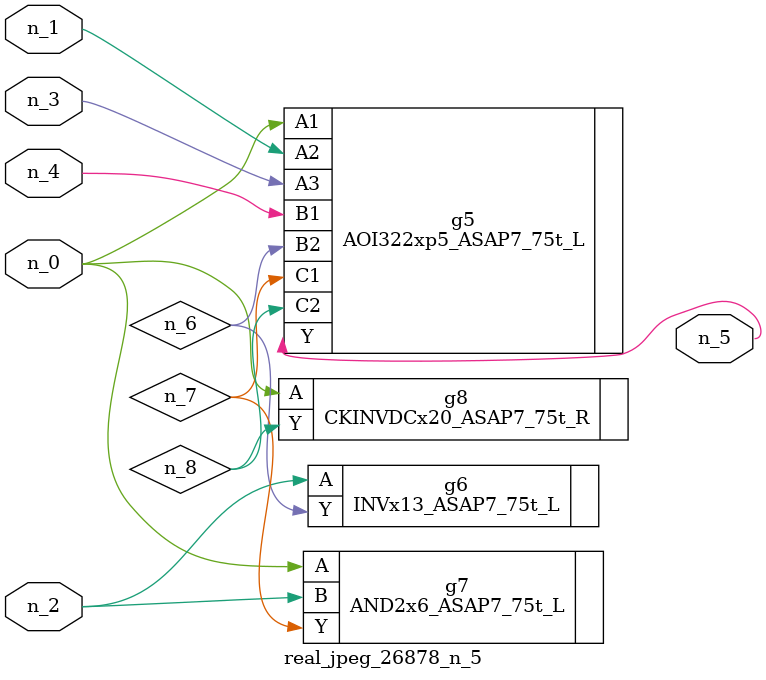
<source format=v>
module real_jpeg_26878_n_5 (n_4, n_0, n_1, n_2, n_3, n_5);

input n_4;
input n_0;
input n_1;
input n_2;
input n_3;

output n_5;

wire n_8;
wire n_6;
wire n_7;

AOI322xp5_ASAP7_75t_L g5 ( 
.A1(n_0),
.A2(n_1),
.A3(n_3),
.B1(n_4),
.B2(n_6),
.C1(n_7),
.C2(n_8),
.Y(n_5)
);

AND2x6_ASAP7_75t_L g7 ( 
.A(n_0),
.B(n_2),
.Y(n_7)
);

CKINVDCx20_ASAP7_75t_R g8 ( 
.A(n_0),
.Y(n_8)
);

INVx13_ASAP7_75t_L g6 ( 
.A(n_2),
.Y(n_6)
);


endmodule
</source>
